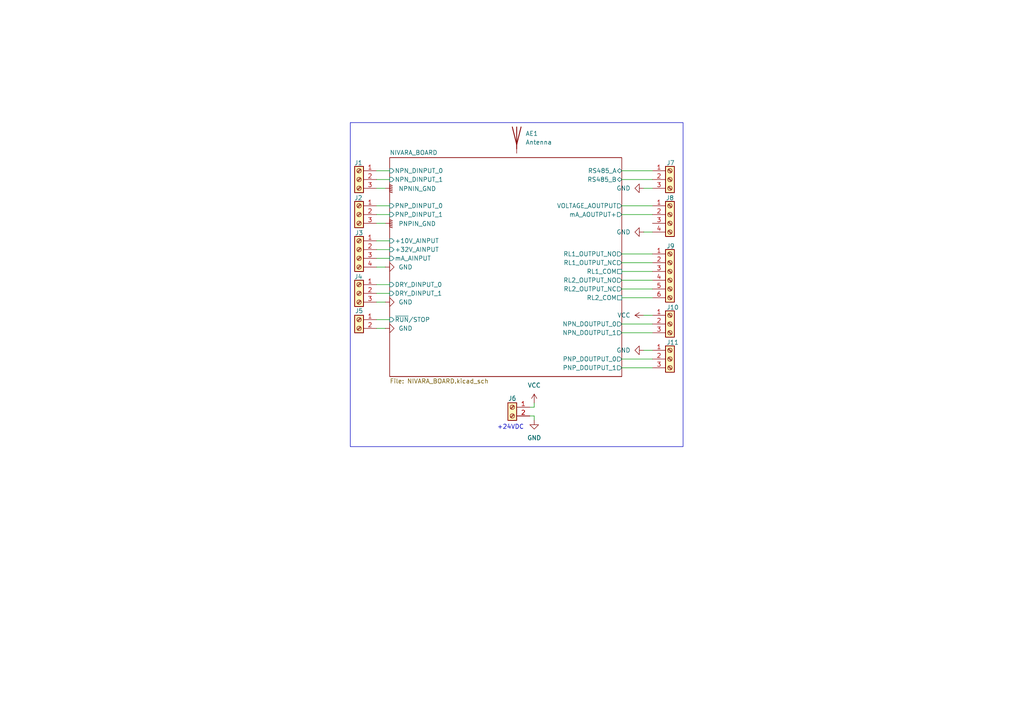
<source format=kicad_sch>
(kicad_sch (version 20250114) (generator "eeschema") (generator_version "9.0")
  (paper "A4")
  (lib_symbols
    (symbol "Connector:Screw_Terminal_01x02" (pin_names (offset 1.016) (hide yes))
      (property "Reference" "J" (at 0 2.54 0))
      (property "Value" "Screw_Terminal_01x02" (at 0 -5.08 0))
      (symbol "Screw_Terminal_01x02_1_1"
        (rectangle (start -1.27 1.27) (end 1.27 -3.81) (stroke (width 0.254)) (fill (type background)))
        (polyline (pts (xy -0.5334 0.3302) (xy 0.3302 -0.508)) (stroke (width 0.1524)))
        (polyline (pts (xy -0.5334 -2.2098) (xy 0.3302 -3.048)) (stroke (width 0.1524)))
        (polyline (pts (xy -0.3556 0.508) (xy 0.508 -0.3302)) (stroke (width 0.1524)))
        (polyline (pts (xy -0.3556 -2.032) (xy 0.508 -2.8702)) (stroke (width 0.1524)))
        (circle (center 0 0) (radius 0.635) (stroke (width 0.1524)))
        (circle (center 0 -2.54) (radius 0.635) (stroke (width 0.1524)))
        (pin passive line (at -5.08 0 0) (length 3.81) (name "Pin_1") (number "1"))
        (pin passive line (at -5.08 -2.54 0) (length 3.81) (name "Pin_2") (number "2"))
      )
    )
    (symbol "Connector:Screw_Terminal_01x03" (pin_names (offset 1.016) (hide yes))
      (property "Reference" "J" (at 0 5.08 0))
      (property "Value" "Screw_Terminal_01x03" (at 0 -5.08 0))
      (symbol "Screw_Terminal_01x03_1_1"
        (rectangle (start -1.27 3.81) (end 1.27 -3.81) (stroke (width 0.254)) (fill (type background)))
        (polyline (pts (xy -0.5334 2.8702) (xy 0.3302 2.032)) (stroke (width 0.1524)))
        (polyline (pts (xy -0.5334 0.3302) (xy 0.3302 -0.508)) (stroke (width 0.1524)))
        (polyline (pts (xy -0.5334 -2.2098) (xy 0.3302 -3.048)) (stroke (width 0.1524)))
        (polyline (pts (xy -0.3556 3.048) (xy 0.508 2.2098)) (stroke (width 0.1524)))
        (polyline (pts (xy -0.3556 0.508) (xy 0.508 -0.3302)) (stroke (width 0.1524)))
        (polyline (pts (xy -0.3556 -2.032) (xy 0.508 -2.8702)) (stroke (width 0.1524)))
        (circle (center 0 2.54) (radius 0.635) (stroke (width 0.1524)))
        (circle (center 0 0) (radius 0.635) (stroke (width 0.1524)))
        (circle (center 0 -2.54) (radius 0.635) (stroke (width 0.1524)))
        (pin passive line (at -5.08 2.54 0) (length 3.81) (name "Pin_1") (number "1"))
        (pin passive line (at -5.08 0 0) (length 3.81) (name "Pin_2") (number "2"))
        (pin passive line (at -5.08 -2.54 0) (length 3.81) (name "Pin_3") (number "3"))
      )
    )
    (symbol "Connector:Screw_Terminal_01x04" (pin_names (offset 1.016) (hide yes))
      (property "Reference" "J" (at 0 5.08 0))
      (property "Value" "Screw_Terminal_01x04" (at 0 -7.62 0))
      (symbol "Screw_Terminal_01x04_1_1"
        (rectangle (start -1.27 3.81) (end 1.27 -6.35) (stroke (width 0.254)) (fill (type background)))
        (polyline (pts (xy -0.5334 2.8702) (xy 0.3302 2.032)) (stroke (width 0.1524)))
        (polyline (pts (xy -0.5334 0.3302) (xy 0.3302 -0.508)) (stroke (width 0.1524)))
        (polyline (pts (xy -0.5334 -2.2098) (xy 0.3302 -3.048)) (stroke (width 0.1524)))
        (polyline (pts (xy -0.5334 -4.7498) (xy 0.3302 -5.588)) (stroke (width 0.1524)))
        (polyline (pts (xy -0.3556 3.048) (xy 0.508 2.2098)) (stroke (width 0.1524)))
        (polyline (pts (xy -0.3556 0.508) (xy 0.508 -0.3302)) (stroke (width 0.1524)))
        (polyline (pts (xy -0.3556 -2.032) (xy 0.508 -2.8702)) (stroke (width 0.1524)))
        (polyline (pts (xy -0.3556 -4.572) (xy 0.508 -5.4102)) (stroke (width 0.1524)))
        (circle (center 0 2.54) (radius 0.635) (stroke (width 0.1524)))
        (circle (center 0 0) (radius 0.635) (stroke (width 0.1524)))
        (circle (center 0 -2.54) (radius 0.635) (stroke (width 0.1524)))
        (circle (center 0 -5.08) (radius 0.635) (stroke (width 0.1524)))
        (pin passive line (at -5.08 2.54 0) (length 3.81) (name "Pin_1") (number "1"))
        (pin passive line (at -5.08 0 0) (length 3.81) (name "Pin_2") (number "2"))
        (pin passive line (at -5.08 -2.54 0) (length 3.81) (name "Pin_3") (number "3"))
        (pin passive line (at -5.08 -5.08 0) (length 3.81) (name "Pin_4") (number "4"))
      )
    )
    (symbol "Connector:Screw_Terminal_01x06" (pin_names (offset 1.016) (hide yes))
      (property "Reference" "J" (at 0 7.62 0))
      (property "Value" "Screw_Terminal_01x06" (at 0 -10.16 0))
      (symbol "Screw_Terminal_01x06_1_1"
        (rectangle (start -1.27 6.35) (end 1.27 -8.89) (stroke (width 0.254)) (fill (type background)))
        (polyline (pts (xy -0.5334 5.4102) (xy 0.3302 4.572)) (stroke (width 0.1524)))
        (polyline (pts (xy -0.5334 2.8702) (xy 0.3302 2.032)) (stroke (width 0.1524)))
        (polyline (pts (xy -0.5334 0.3302) (xy 0.3302 -0.508)) (stroke (width 0.1524)))
        (polyline (pts (xy -0.5334 -2.2098) (xy 0.3302 -3.048)) (stroke (width 0.1524)))
        (polyline (pts (xy -0.5334 -4.7498) (xy 0.3302 -5.588)) (stroke (width 0.1524)))
        (polyline (pts (xy -0.5334 -7.2898) (xy 0.3302 -8.128)) (stroke (width 0.1524)))
        (polyline (pts (xy -0.3556 5.588) (xy 0.508 4.7498)) (stroke (width 0.1524)))
        (polyline (pts (xy -0.3556 3.048) (xy 0.508 2.2098)) (stroke (width 0.1524)))
        (polyline (pts (xy -0.3556 0.508) (xy 0.508 -0.3302)) (stroke (width 0.1524)))
        (polyline (pts (xy -0.3556 -2.032) (xy 0.508 -2.8702)) (stroke (width 0.1524)))
        (polyline (pts (xy -0.3556 -4.572) (xy 0.508 -5.4102)) (stroke (width 0.1524)))
        (polyline (pts (xy -0.3556 -7.112) (xy 0.508 -7.9502)) (stroke (width 0.1524)))
        (circle (center 0 5.08) (radius 0.635) (stroke (width 0.1524)))
        (circle (center 0 2.54) (radius 0.635) (stroke (width 0.1524)))
        (circle (center 0 0) (radius 0.635) (stroke (width 0.1524)))
        (circle (center 0 -2.54) (radius 0.635) (stroke (width 0.1524)))
        (circle (center 0 -5.08) (radius 0.635) (stroke (width 0.1524)))
        (circle (center 0 -7.62) (radius 0.635) (stroke (width 0.1524)))
        (pin passive line (at -5.08 5.08 0) (length 3.81) (name "Pin_1") (number "1"))
        (pin passive line (at -5.08 2.54 0) (length 3.81) (name "Pin_2") (number "2"))
        (pin passive line (at -5.08 0 0) (length 3.81) (name "Pin_3") (number "3"))
        (pin passive line (at -5.08 -2.54 0) (length 3.81) (name "Pin_4") (number "4"))
        (pin passive line (at -5.08 -5.08 0) (length 3.81) (name "Pin_5") (number "5"))
        (pin passive line (at -5.08 -7.62 0) (length 3.81) (name "Pin_6") (number "6"))
      )
    )
    (symbol "Device:Antenna" (pin_numbers (hide yes)) (pin_names (offset 1.016) (hide yes))
      (property "Reference" "AE" (at -1.905 1.905 0))
      (property "Value" "Antenna" (at -1.905 0 0))
      (symbol "Antenna_0_1"
        (polyline (pts (xy 0 2.54) (xy 0 -3.81)) (stroke (width 0.254)))
        (polyline (pts (xy 1.27 2.54) (xy 0 -2.54) (xy -1.27 2.54)) (stroke (width 0.254)))
      )
      (symbol "Antenna_1_1"
        (pin input line (at 0 -5.08 90) (length 2.54) (name "A") (number "1"))
      )
    )
    (symbol "power:GND" (power) (pin_numbers (hide yes)) (pin_names (offset 0) (hide yes))
      (property "Value" "GND" (at 0 -3.81 0))
      (symbol "GND_0_1"
        (polyline (pts (xy 0 0) (xy 0 -1.27) (xy 1.27 -1.27) (xy 0 -2.54) (xy -1.27 -1.27) (xy 0 -1.27)))
      )
      (symbol "GND_1_1"
        (pin power_in line (at 0 0 270) (length 0) (name "~") (number "1"))
      )
    )
    (symbol "power:GNDPWR" (power) (pin_numbers (hide yes)) (pin_names (offset 0) (hide yes))
      (property "Value" "GNDPWR" (at 0 -3.302 0))
      (symbol "GNDPWR_0_1"
        (polyline (pts (xy -1.016 -1.27) (xy -1.27 -2.032) (xy -1.27 -2.032)) (stroke (width 0.2032)))
        (polyline (pts (xy -0.508 -1.27) (xy -0.762 -2.032) (xy -0.762 -2.032)) (stroke (width 0.2032)))
        (polyline (pts (xy 0 -1.27) (xy 0 0)))
        (polyline (pts (xy 0 -1.27) (xy -0.254 -2.032) (xy -0.254 -2.032)) (stroke (width 0.2032)))
        (polyline (pts (xy 0.508 -1.27) (xy 0.254 -2.032) (xy 0.254 -2.032)) (stroke (width 0.2032)))
        (polyline (pts (xy 1.016 -1.27) (xy -1.016 -1.27) (xy -1.016 -1.27)) (stroke (width 0.2032)))
        (polyline (pts (xy 1.016 -1.27) (xy 0.762 -2.032) (xy 0.762 -2.032) (xy 0.762 -2.032)) (stroke (width 0.2032)))
      )
      (symbol "GNDPWR_1_1"
        (pin power_in line (at 0 0 270) (length 0) (name "~") (number "1"))
      )
    )
    (symbol "power:VCC" (power) (pin_numbers (hide yes)) (pin_names (offset 0) (hide yes))
      (property "Value" "VCC" (at 0 3.556 0))
      (symbol "VCC_0_1"
        (polyline (pts (xy -0.762 1.27) (xy 0 2.54)))
        (polyline (pts (xy 0 2.54) (xy 0.762 1.27)))
        (polyline (pts (xy 0 0) (xy 0 2.54)))
      )
      (symbol "VCC_1_1"
        (pin power_in line (at 0 0 90) (length 0) (name "~") (number "1"))
      )
    )
  )
  (rectangle (start 101.6 35.56) (end 198.12 129.54))
  (text "+24VDC\n" (at 148.082 123.952 0) (effects (font (size 1.27 1.27))))
  (wire (pts (xy 109.22 54.61) (xy 111.76 54.61)))
  (wire (pts (xy 109.22 64.77) (xy 111.76 64.77)))
  (wire (pts (xy 180.34 93.98) (xy 189.23 93.98)))
  (wire (pts (xy 180.34 73.66) (xy 189.23 73.66)))
  (wire (pts (xy 180.34 104.14) (xy 189.23 104.14)))
  (wire (pts (xy 109.22 62.23) (xy 113.03 62.23)))
  (wire (pts (xy 109.22 72.39) (xy 113.03 72.39)))
  (wire (pts (xy 186.69 91.44) (xy 189.23 91.44)))
  (wire (pts (xy 180.34 81.28) (xy 189.23 81.28)))
  (wire (pts (xy 109.22 52.07) (xy 113.03 52.07)))
  (wire (pts (xy 180.34 62.23) (xy 189.23 62.23)))
  (wire (pts (xy 180.34 49.53) (xy 189.23 49.53)))
  (wire (pts (xy 180.34 86.36) (xy 189.23 86.36)))
  (wire (pts (xy 186.69 101.6) (xy 189.23 101.6)))
  (wire (pts (xy 109.22 85.09) (xy 113.03 85.09)))
  (wire (pts (xy 109.22 69.85) (xy 113.03 69.85)))
  (wire (pts (xy 186.69 54.61) (xy 189.23 54.61)))
  (wire (pts (xy 109.22 74.93) (xy 113.03 74.93)))
  (wire (pts (xy 109.22 59.69) (xy 113.03 59.69)))
  (wire (pts (xy 180.34 76.2) (xy 189.23 76.2)))
  (wire (pts (xy 154.94 118.11) (xy 154.94 116.84)))
  (wire (pts (xy 109.22 95.25) (xy 111.76 95.25)))
  (wire (pts (xy 109.22 87.63) (xy 111.76 87.63)))
  (wire (pts (xy 153.67 118.11) (xy 154.94 118.11)))
  (wire (pts (xy 180.34 59.69) (xy 189.23 59.69)))
  (wire (pts (xy 180.34 52.07) (xy 189.23 52.07)))
  (wire (pts (xy 180.34 78.74) (xy 189.23 78.74)))
  (wire (pts (xy 109.22 82.55) (xy 113.03 82.55)))
  (wire (pts (xy 186.69 67.31) (xy 189.23 67.31)))
  (wire (pts (xy 180.34 83.82) (xy 189.23 83.82)))
  (wire (pts (xy 153.67 120.65) (xy 154.94 120.65)))
  (wire (pts (xy 109.22 92.71) (xy 113.03 92.71)))
  (wire (pts (xy 109.22 77.47) (xy 111.76 77.47)))
  (wire (pts (xy 180.34 96.52) (xy 189.23 96.52)))
  (wire (pts (xy 154.94 120.65) (xy 154.94 121.92)))
  (wire (pts (xy 180.34 106.68) (xy 189.23 106.68)))
  (wire (pts (xy 109.22 49.53) (xy 113.03 49.53)))
  (symbol (lib_id "power:VCC") (at 154.94 116.84 0) (unit 1)
    (property "Reference" "#PWR06" (effects (hide yes)))
    (property "Value" "VCC" (at 154.94 111.76 0))
    (property "Description" "Power symbol creates a global label with name \"VCC\"" (effects (hide yes)))
  )
  (symbol (lib_id "power:GND") (at 186.69 67.31 270) (unit 1)
    (property "Reference" "#PWR09" (effects (hide yes)))
    (property "Value" "GND" (at 182.88 67.3099 90) (effects (justify right)))
    (property "Description" "Power symbol creates a global label with name \"GND\" , ground" (effects (hide yes)))
  )
  (symbol (lib_id "power:GND") (at 111.76 87.63 90) (unit 1)
    (property "Reference" "#PWR04" (effects (hide yes)))
    (property "Value" "GND" (at 115.57 87.6299 90) (effects (justify right)))
    (property "Description" "Power symbol creates a global label with name \"GND\" , ground" (effects (hide yes)))
  )
  (symbol (lib_id "Connector:Screw_Terminal_01x04") (at 194.31 62.23 0) (unit 1)
    (property "Reference" "J8" (at 194.31 57.404 0))
    (property "Value" "Screw_Terminal_01x04" (effects (hide yes)))
    (property "Footprint" "TerminalBlock_Phoenix:TerminalBlock_Phoenix_MKDS-1,5-4_1x04_P5.00mm_Horizontal" (effects (hide yes)))
    (property "Description" "Generic screw terminal, single row, 01x04, script generated (kicad-library-utils/schlib/autogen/connector/)" (effects (hide yes)))
  )
  (symbol (lib_id "Connector:Screw_Terminal_01x03") (at 194.31 104.14 0) (unit 1)
    (property "Reference" "J11" (at 193.294 99.314 0) (effects (justify left)))
    (property "Value" "Screw_Terminal_01x03" (effects (hide yes)))
    (property "Footprint" "TerminalBlock_Phoenix:TerminalBlock_Phoenix_MKDS-1,5-3_1x03_P5.00mm_Horizontal" (effects (hide yes)))
    (property "Description" "Generic screw terminal, single row, 01x03, script generated (kicad-library-utils/schlib/autogen/connector/)" (effects (hide yes)))
  )
  (symbol (lib_id "Connector:Screw_Terminal_01x06") (at 194.31 78.74 0) (unit 1)
    (property "Reference" "J9" (at 193.294 71.374 0) (effects (justify left)))
    (property "Value" "Screw_Terminal_01x06" (effects (hide yes)))
    (property "Footprint" "TerminalBlock_Phoenix:TerminalBlock_Phoenix_MKDS-1,5-6_1x06_P5.00mm_Horizontal" (effects (hide yes)))
    (property "Description" "Generic screw terminal, single row, 01x06, script generated (kicad-library-utils/schlib/autogen/connector/)" (effects (hide yes)))
  )
  (symbol (lib_id "Connector:Screw_Terminal_01x02") (at 104.14 92.71 0) (mirror y) (unit 1)
    (property "Reference" "J5" (at 104.14 90.17 0))
    (property "Value" "Screw_Terminal_01x02" (effects (hide yes)))
    (property "Footprint" "TerminalBlock_Phoenix:TerminalBlock_Phoenix_MKDS-1,5-2_1x02_P5.00mm_Horizontal" (effects (hide yes)))
    (property "Description" "Generic screw terminal, single row, 01x02, script generated (kicad-library-utils/schlib/autogen/connector/)" (effects (hide yes)))
  )
  (symbol (lib_id "power:GNDPWR") (at 111.76 54.61 90) (unit 1)
    (property "Reference" "#PWR01" (effects (hide yes)))
    (property "Value" "NPNIN_GND" (at 115.57 54.7369 90) (effects (justify right)))
    (property "Description" "Power symbol creates a global label with name \"GNDPWR\" , global ground" (effects (hide yes)))
  )
  (symbol (lib_id "Connector:Screw_Terminal_01x03") (at 104.14 52.07 0) (mirror y) (unit 1)
    (property "Reference" "J1" (at 105.156 47.244 0) (effects (justify left)))
    (property "Value" "Screw_Terminal_01x03" (effects (hide yes)))
    (property "Footprint" "TerminalBlock_Phoenix:TerminalBlock_Phoenix_MKDS-1,5-3_1x03_P5.00mm_Horizontal" (effects (hide yes)))
    (property "Description" "Generic screw terminal, single row, 01x03, script generated (kicad-library-utils/schlib/autogen/connector/)" (effects (hide yes)))
  )
  (symbol (lib_id "power:GND") (at 111.76 95.25 90) (unit 1)
    (property "Reference" "#PWR05" (effects (hide yes)))
    (property "Value" "GND" (at 115.57 95.2499 90) (effects (justify right)))
    (property "Description" "Power symbol creates a global label with name \"GND\" , ground" (effects (hide yes)))
  )
  (symbol (lib_id "Connector:Screw_Terminal_01x04") (at 104.14 72.39 0) (mirror y) (unit 1)
    (property "Reference" "J3" (at 104.14 67.564 0))
    (property "Value" "Screw_Terminal_01x04" (effects (hide yes)))
    (property "Footprint" "TerminalBlock_Phoenix:TerminalBlock_Phoenix_MKDS-1,5-4_1x04_P5.00mm_Horizontal" (effects (hide yes)))
    (property "Description" "Generic screw terminal, single row, 01x04, script generated (kicad-library-utils/schlib/autogen/connector/)" (effects (hide yes)))
  )
  (symbol (lib_id "power:GNDPWR") (at 111.76 64.77 90) (unit 1)
    (property "Reference" "#PWR02" (effects (hide yes)))
    (property "Value" "PNPIN_GND" (at 115.57 64.8969 90) (effects (justify right)))
    (property "Description" "Power symbol creates a global label with name \"GNDPWR\" , global ground" (effects (hide yes)))
  )
  (symbol (lib_id "power:VCC") (at 186.69 91.44 90) (unit 1)
    (property "Reference" "#PWR010" (effects (hide yes)))
    (property "Value" "VCC" (at 182.88 91.4399 90) (effects (justify left)))
    (property "Description" "Power symbol creates a global label with name \"VCC\"" (effects (hide yes)))
  )
  (symbol (lib_id "power:GND") (at 154.94 121.92 0) (unit 1)
    (property "Reference" "#PWR07" (effects (hide yes)))
    (property "Value" "GND" (at 154.94 127 0))
    (property "Description" "Power symbol creates a global label with name \"GND\" , ground" (effects (hide yes)))
  )
  (symbol (lib_id "power:GND") (at 186.69 101.6 270) (unit 1)
    (property "Reference" "#PWR011" (effects (hide yes)))
    (property "Value" "GND" (at 182.88 101.5999 90) (effects (justify right)))
    (property "Description" "Power symbol creates a global label with name \"GND\" , ground" (effects (hide yes)))
  )
  (symbol (lib_id "Connector:Screw_Terminal_01x03") (at 104.14 62.23 0) (mirror y) (unit 1)
    (property "Reference" "J2" (at 105.156 57.404 0) (effects (justify left)))
    (property "Value" "Screw_Terminal_01x03" (effects (hide yes)))
    (property "Footprint" "TerminalBlock_Phoenix:TerminalBlock_Phoenix_MKDS-1,5-3_1x03_P5.00mm_Horizontal" (effects (hide yes)))
    (property "Description" "Generic screw terminal, single row, 01x03, script generated (kicad-library-utils/schlib/autogen/connector/)" (effects (hide yes)))
  )
  (symbol (lib_id "power:GND") (at 186.69 54.61 270) (unit 1)
    (property "Reference" "#PWR08" (effects (hide yes)))
    (property "Value" "GND" (at 182.88 54.6099 90) (effects (justify right)))
    (property "Description" "Power symbol creates a global label with name \"GND\" , ground" (effects (hide yes)))
  )
  (symbol (lib_id "power:GND") (at 111.76 77.47 90) (unit 1)
    (property "Reference" "#PWR03" (effects (hide yes)))
    (property "Value" "GND" (at 115.57 77.4699 90) (effects (justify right)))
    (property "Description" "Power symbol creates a global label with name \"GND\" , ground" (effects (hide yes)))
  )
  (symbol (lib_id "Connector:Screw_Terminal_01x02") (at 148.59 118.11 0) (mirror y) (unit 1)
    (property "Reference" "J6" (at 148.59 115.57 0))
    (property "Value" "Screw_Terminal_01x02" (effects (hide yes)))
    (property "Footprint" "TerminalBlock_Phoenix:TerminalBlock_Phoenix_MKDS-1,5-2_1x02_P5.00mm_Horizontal" (effects (hide yes)))
    (property "Description" "Generic screw terminal, single row, 01x02, script generated (kicad-library-utils/schlib/autogen/connector/)" (effects (hide yes)))
  )
  (symbol (lib_id "Connector:Screw_Terminal_01x03") (at 194.31 52.07 0) (unit 1)
    (property "Reference" "J7" (at 193.294 47.244 0) (effects (justify left)))
    (property "Value" "Screw_Terminal_01x03" (effects (hide yes)))
    (property "Footprint" "TerminalBlock_Phoenix:TerminalBlock_Phoenix_MKDS-1,5-3_1x03_P5.00mm_Horizontal" (effects (hide yes)))
    (property "Description" "Generic screw terminal, single row, 01x03, script generated (kicad-library-utils/schlib/autogen/connector/)" (effects (hide yes)))
  )
  (symbol (lib_id "Connector:Screw_Terminal_01x03") (at 194.31 93.98 0) (unit 1)
    (property "Reference" "J10" (at 193.294 89.154 0) (effects (justify left)))
    (property "Value" "Screw_Terminal_01x03" (effects (hide yes)))
    (property "Footprint" "TerminalBlock_Phoenix:TerminalBlock_Phoenix_MKDS-1,5-3_1x03_P5.00mm_Horizontal" (effects (hide yes)))
    (property "Description" "Generic screw terminal, single row, 01x03, script generated (kicad-library-utils/schlib/autogen/connector/)" (effects (hide yes)))
  )
  (symbol (lib_id "Device:Antenna") (at 149.86 39.37 0) (unit 1)
    (property "Reference" "AE1" (at 152.4 38.7349 0) (effects (justify left)))
    (property "Value" "Antenna" (at 152.4 41.2749 0) (effects (justify left)))
    (property "Description" "Antenna" (effects (hide yes)))
  )
  (symbol (lib_id "Connector:Screw_Terminal_01x03") (at 104.14 85.09 0) (mirror y) (unit 1)
    (property "Reference" "J4" (at 105.156 80.264 0) (effects (justify left)))
    (property "Value" "Screw_Terminal_01x03" (effects (hide yes)))
    (property "Footprint" "TerminalBlock_Phoenix:TerminalBlock_Phoenix_MKDS-1,5-3_1x03_P5.00mm_Horizontal" (effects (hide yes)))
    (property "Description" "Generic screw terminal, single row, 01x03, script generated (kicad-library-utils/schlib/autogen/connector/)" (effects (hide yes)))
  )
  (sheet (at 113.03 45.72) (size 67.31 63.5) (stroke (width 0.1524))
    (property "Sheetname" "NIVARA_BOARD" (at 113.03 45.0084 0) (effects (justify left bottom)))
    (property "Sheetfile" "NIVARA_BOARD.kicad_sch" (at 113.03 109.8046 0) (effects (justify left top)))
    (pin "+10V_AINPUT" input (at 113.03 69.85 180))
    (pin "+32V_AINPUT" input (at 113.03 72.39 180))
    (pin "mA_AINPUT" input (at 113.03 74.93 180))
    (pin "NPN_DINPUT_0" input (at 113.03 49.53 180))
    (pin "NPN_DINPUT_1" input (at 113.03 52.07 180))
    (pin "PNP_DINPUT_0" input (at 113.03 59.69 180))
    (pin "PNP_DINPUT_1" input (at 113.03 62.23 180))
    (pin "RL1_COM" passive (at 180.34 78.74 0))
    (pin "RL1_OUTPUT_NC" output (at 180.34 76.2 0))
    (pin "RL1_OUTPUT_NO" output (at 180.34 73.66 0))
    (pin "RL2_COM" passive (at 180.34 86.36 0))
    (pin "RL2_OUTPUT_NC" output (at 180.34 83.82 0))
    (pin "RL2_OUTPUT_NO" output (at 180.34 81.28 0))
    (pin "RS485_A" bidirectional (at 180.34 49.53 0))
    (pin "RS485_B" bidirectional (at 180.34 52.07 0))
    (pin "VOLTAGE_AOUTPUT" output (at 180.34 59.69 0))
    (pin "~{RUN}{slash}STOP" input (at 113.03 92.71 180))
    (pin "NPN_DOUTPUT_0" output (at 180.34 93.98 0))
    (pin "NPN_DOUTPUT_1" output (at 180.34 96.52 0))
    (pin "PNP_DOUTPUT_0" output (at 180.34 104.14 0))
    (pin "PNP_DOUTPUT_1" output (at 180.34 106.68 0))
    (pin "DRY_DINPUT_0" input (at 113.03 82.55 180))
    (pin "DRY_DINPUT_1" input (at 113.03 85.09 180))
    (pin "mA_AOUTPUT+" output (at 180.34 62.23 0))
  )
)
</source>
